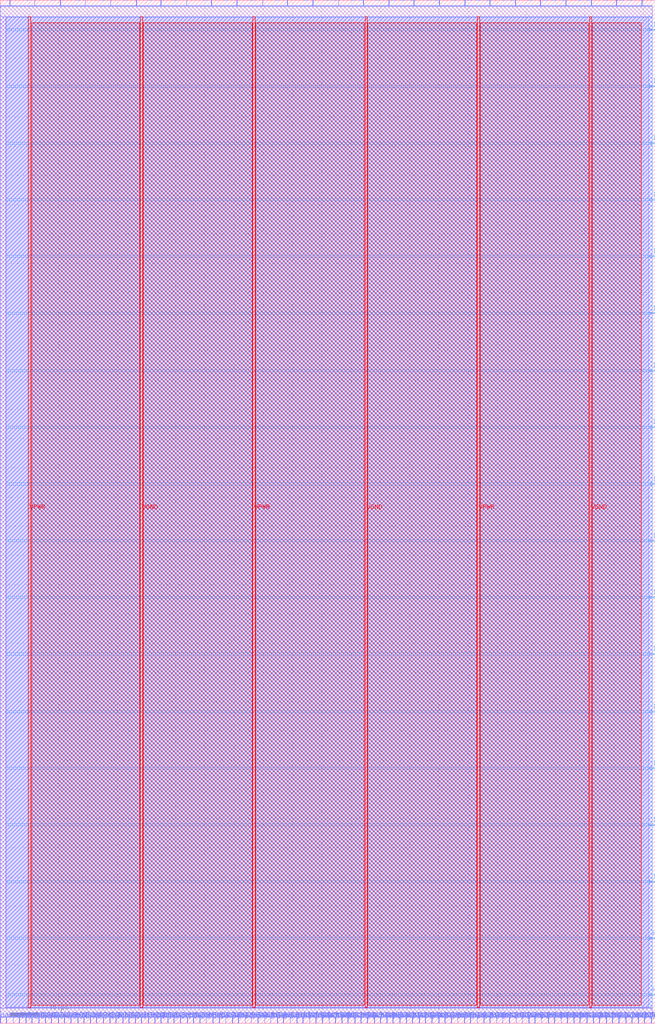
<source format=lef>
VERSION 5.7 ;
  NOWIREEXTENSIONATPIN ON ;
  DIVIDERCHAR "/" ;
  BUSBITCHARS "[]" ;
MACRO apb_sys_0
  CLASS BLOCK ;
  FOREIGN apb_sys_0 ;
  ORIGIN 0.000 0.000 ;
  SIZE 448.090 BY 700.000 ;
  PIN HADDR[0]
    DIRECTION INPUT ;
    USE SIGNAL ;
    PORT
      LAYER met2 ;
        RECT 0.020 0.000 0.300 4.000 ;
    END
  END HADDR[0]
  PIN HADDR[10]
    DIRECTION INPUT ;
    USE SIGNAL ;
    PORT
      LAYER met2 ;
        RECT 43.720 0.000 44.000 4.000 ;
    END
  END HADDR[10]
  PIN HADDR[11]
    DIRECTION INPUT ;
    USE SIGNAL ;
    PORT
      LAYER met2 ;
        RECT 48.320 0.000 48.600 4.000 ;
    END
  END HADDR[11]
  PIN HADDR[12]
    DIRECTION INPUT ;
    USE SIGNAL ;
    PORT
      LAYER met2 ;
        RECT 52.920 0.000 53.200 4.000 ;
    END
  END HADDR[12]
  PIN HADDR[13]
    DIRECTION INPUT ;
    USE SIGNAL ;
    PORT
      LAYER met2 ;
        RECT 57.060 0.000 57.340 4.000 ;
    END
  END HADDR[13]
  PIN HADDR[14]
    DIRECTION INPUT ;
    USE SIGNAL ;
    PORT
      LAYER met2 ;
        RECT 61.660 0.000 61.940 4.000 ;
    END
  END HADDR[14]
  PIN HADDR[15]
    DIRECTION INPUT ;
    USE SIGNAL ;
    PORT
      LAYER met2 ;
        RECT 65.800 0.000 66.080 4.000 ;
    END
  END HADDR[15]
  PIN HADDR[16]
    DIRECTION INPUT ;
    USE SIGNAL ;
    PORT
      LAYER met2 ;
        RECT 70.400 0.000 70.680 4.000 ;
    END
  END HADDR[16]
  PIN HADDR[17]
    DIRECTION INPUT ;
    USE SIGNAL ;
    PORT
      LAYER met2 ;
        RECT 75.000 0.000 75.280 4.000 ;
    END
  END HADDR[17]
  PIN HADDR[18]
    DIRECTION INPUT ;
    USE SIGNAL ;
    PORT
      LAYER met2 ;
        RECT 79.140 0.000 79.420 4.000 ;
    END
  END HADDR[18]
  PIN HADDR[19]
    DIRECTION INPUT ;
    USE SIGNAL ;
    PORT
      LAYER met2 ;
        RECT 83.740 0.000 84.020 4.000 ;
    END
  END HADDR[19]
  PIN HADDR[1]
    DIRECTION INPUT ;
    USE SIGNAL ;
    PORT
      LAYER met2 ;
        RECT 4.160 0.000 4.440 4.000 ;
    END
  END HADDR[1]
  PIN HADDR[20]
    DIRECTION INPUT ;
    USE SIGNAL ;
    PORT
      LAYER met2 ;
        RECT 87.880 0.000 88.160 4.000 ;
    END
  END HADDR[20]
  PIN HADDR[21]
    DIRECTION INPUT ;
    USE SIGNAL ;
    PORT
      LAYER met2 ;
        RECT 92.480 0.000 92.760 4.000 ;
    END
  END HADDR[21]
  PIN HADDR[22]
    DIRECTION INPUT ;
    USE SIGNAL ;
    PORT
      LAYER met2 ;
        RECT 96.620 0.000 96.900 4.000 ;
    END
  END HADDR[22]
  PIN HADDR[23]
    DIRECTION INPUT ;
    USE SIGNAL ;
    PORT
      LAYER met2 ;
        RECT 101.220 0.000 101.500 4.000 ;
    END
  END HADDR[23]
  PIN HADDR[24]
    DIRECTION INPUT ;
    USE SIGNAL ;
    PORT
      LAYER met2 ;
        RECT 105.820 0.000 106.100 4.000 ;
    END
  END HADDR[24]
  PIN HADDR[25]
    DIRECTION INPUT ;
    USE SIGNAL ;
    PORT
      LAYER met2 ;
        RECT 109.960 0.000 110.240 4.000 ;
    END
  END HADDR[25]
  PIN HADDR[26]
    DIRECTION INPUT ;
    USE SIGNAL ;
    PORT
      LAYER met2 ;
        RECT 114.560 0.000 114.840 4.000 ;
    END
  END HADDR[26]
  PIN HADDR[27]
    DIRECTION INPUT ;
    USE SIGNAL ;
    PORT
      LAYER met2 ;
        RECT 118.700 0.000 118.980 4.000 ;
    END
  END HADDR[27]
  PIN HADDR[28]
    DIRECTION INPUT ;
    USE SIGNAL ;
    PORT
      LAYER met2 ;
        RECT 123.300 0.000 123.580 4.000 ;
    END
  END HADDR[28]
  PIN HADDR[29]
    DIRECTION INPUT ;
    USE SIGNAL ;
    PORT
      LAYER met2 ;
        RECT 127.900 0.000 128.180 4.000 ;
    END
  END HADDR[29]
  PIN HADDR[2]
    DIRECTION INPUT ;
    USE SIGNAL ;
    PORT
      LAYER met2 ;
        RECT 8.760 0.000 9.040 4.000 ;
    END
  END HADDR[2]
  PIN HADDR[30]
    DIRECTION INPUT ;
    USE SIGNAL ;
    PORT
      LAYER met2 ;
        RECT 132.040 0.000 132.320 4.000 ;
    END
  END HADDR[30]
  PIN HADDR[31]
    DIRECTION INPUT ;
    USE SIGNAL ;
    PORT
      LAYER met2 ;
        RECT 136.640 0.000 136.920 4.000 ;
    END
  END HADDR[31]
  PIN HADDR[3]
    DIRECTION INPUT ;
    USE SIGNAL ;
    PORT
      LAYER met2 ;
        RECT 12.900 0.000 13.180 4.000 ;
    END
  END HADDR[3]
  PIN HADDR[4]
    DIRECTION INPUT ;
    USE SIGNAL ;
    PORT
      LAYER met2 ;
        RECT 17.500 0.000 17.780 4.000 ;
    END
  END HADDR[4]
  PIN HADDR[5]
    DIRECTION INPUT ;
    USE SIGNAL ;
    PORT
      LAYER met2 ;
        RECT 21.640 0.000 21.920 4.000 ;
    END
  END HADDR[5]
  PIN HADDR[6]
    DIRECTION INPUT ;
    USE SIGNAL ;
    PORT
      LAYER met2 ;
        RECT 26.240 0.000 26.520 4.000 ;
    END
  END HADDR[6]
  PIN HADDR[7]
    DIRECTION INPUT ;
    USE SIGNAL ;
    PORT
      LAYER met2 ;
        RECT 30.840 0.000 31.120 4.000 ;
    END
  END HADDR[7]
  PIN HADDR[8]
    DIRECTION INPUT ;
    USE SIGNAL ;
    PORT
      LAYER met2 ;
        RECT 34.980 0.000 35.260 4.000 ;
    END
  END HADDR[8]
  PIN HADDR[9]
    DIRECTION INPUT ;
    USE SIGNAL ;
    PORT
      LAYER met2 ;
        RECT 39.580 0.000 39.860 4.000 ;
    END
  END HADDR[9]
  PIN HCLK
    DIRECTION INPUT ;
    USE SIGNAL ;
    PORT
      LAYER met3 ;
        RECT 444.090 19.080 448.090 19.680 ;
    END
  END HCLK
  PIN HRDATA[0]
    DIRECTION OUTPUT TRISTATE ;
    USE SIGNAL ;
    PORT
      LAYER met2 ;
        RECT 140.780 0.000 141.060 4.000 ;
    END
  END HRDATA[0]
  PIN HRDATA[10]
    DIRECTION OUTPUT TRISTATE ;
    USE SIGNAL ;
    PORT
      LAYER met2 ;
        RECT 184.940 0.000 185.220 4.000 ;
    END
  END HRDATA[10]
  PIN HRDATA[11]
    DIRECTION OUTPUT TRISTATE ;
    USE SIGNAL ;
    PORT
      LAYER met2 ;
        RECT 189.540 0.000 189.820 4.000 ;
    END
  END HRDATA[11]
  PIN HRDATA[12]
    DIRECTION OUTPUT TRISTATE ;
    USE SIGNAL ;
    PORT
      LAYER met2 ;
        RECT 193.680 0.000 193.960 4.000 ;
    END
  END HRDATA[12]
  PIN HRDATA[13]
    DIRECTION OUTPUT TRISTATE ;
    USE SIGNAL ;
    PORT
      LAYER met2 ;
        RECT 198.280 0.000 198.560 4.000 ;
    END
  END HRDATA[13]
  PIN HRDATA[14]
    DIRECTION OUTPUT TRISTATE ;
    USE SIGNAL ;
    PORT
      LAYER met2 ;
        RECT 202.880 0.000 203.160 4.000 ;
    END
  END HRDATA[14]
  PIN HRDATA[15]
    DIRECTION OUTPUT TRISTATE ;
    USE SIGNAL ;
    PORT
      LAYER met2 ;
        RECT 207.020 0.000 207.300 4.000 ;
    END
  END HRDATA[15]
  PIN HRDATA[16]
    DIRECTION OUTPUT TRISTATE ;
    USE SIGNAL ;
    PORT
      LAYER met2 ;
        RECT 211.620 0.000 211.900 4.000 ;
    END
  END HRDATA[16]
  PIN HRDATA[17]
    DIRECTION OUTPUT TRISTATE ;
    USE SIGNAL ;
    PORT
      LAYER met2 ;
        RECT 215.760 0.000 216.040 4.000 ;
    END
  END HRDATA[17]
  PIN HRDATA[18]
    DIRECTION OUTPUT TRISTATE ;
    USE SIGNAL ;
    PORT
      LAYER met2 ;
        RECT 220.360 0.000 220.640 4.000 ;
    END
  END HRDATA[18]
  PIN HRDATA[19]
    DIRECTION OUTPUT TRISTATE ;
    USE SIGNAL ;
    PORT
      LAYER met2 ;
        RECT 224.960 0.000 225.240 4.000 ;
    END
  END HRDATA[19]
  PIN HRDATA[1]
    DIRECTION OUTPUT TRISTATE ;
    USE SIGNAL ;
    PORT
      LAYER met2 ;
        RECT 145.380 0.000 145.660 4.000 ;
    END
  END HRDATA[1]
  PIN HRDATA[20]
    DIRECTION OUTPUT TRISTATE ;
    USE SIGNAL ;
    PORT
      LAYER met2 ;
        RECT 229.100 0.000 229.380 4.000 ;
    END
  END HRDATA[20]
  PIN HRDATA[21]
    DIRECTION OUTPUT TRISTATE ;
    USE SIGNAL ;
    PORT
      LAYER met2 ;
        RECT 233.700 0.000 233.980 4.000 ;
    END
  END HRDATA[21]
  PIN HRDATA[22]
    DIRECTION OUTPUT TRISTATE ;
    USE SIGNAL ;
    PORT
      LAYER met2 ;
        RECT 237.840 0.000 238.120 4.000 ;
    END
  END HRDATA[22]
  PIN HRDATA[23]
    DIRECTION OUTPUT TRISTATE ;
    USE SIGNAL ;
    PORT
      LAYER met2 ;
        RECT 242.440 0.000 242.720 4.000 ;
    END
  END HRDATA[23]
  PIN HRDATA[24]
    DIRECTION OUTPUT TRISTATE ;
    USE SIGNAL ;
    PORT
      LAYER met2 ;
        RECT 246.580 0.000 246.860 4.000 ;
    END
  END HRDATA[24]
  PIN HRDATA[25]
    DIRECTION OUTPUT TRISTATE ;
    USE SIGNAL ;
    PORT
      LAYER met2 ;
        RECT 251.180 0.000 251.460 4.000 ;
    END
  END HRDATA[25]
  PIN HRDATA[26]
    DIRECTION OUTPUT TRISTATE ;
    USE SIGNAL ;
    PORT
      LAYER met2 ;
        RECT 255.780 0.000 256.060 4.000 ;
    END
  END HRDATA[26]
  PIN HRDATA[27]
    DIRECTION OUTPUT TRISTATE ;
    USE SIGNAL ;
    PORT
      LAYER met2 ;
        RECT 259.920 0.000 260.200 4.000 ;
    END
  END HRDATA[27]
  PIN HRDATA[28]
    DIRECTION OUTPUT TRISTATE ;
    USE SIGNAL ;
    PORT
      LAYER met2 ;
        RECT 264.520 0.000 264.800 4.000 ;
    END
  END HRDATA[28]
  PIN HRDATA[29]
    DIRECTION OUTPUT TRISTATE ;
    USE SIGNAL ;
    PORT
      LAYER met2 ;
        RECT 268.660 0.000 268.940 4.000 ;
    END
  END HRDATA[29]
  PIN HRDATA[2]
    DIRECTION OUTPUT TRISTATE ;
    USE SIGNAL ;
    PORT
      LAYER met2 ;
        RECT 149.980 0.000 150.260 4.000 ;
    END
  END HRDATA[2]
  PIN HRDATA[30]
    DIRECTION OUTPUT TRISTATE ;
    USE SIGNAL ;
    PORT
      LAYER met2 ;
        RECT 273.260 0.000 273.540 4.000 ;
    END
  END HRDATA[30]
  PIN HRDATA[31]
    DIRECTION OUTPUT TRISTATE ;
    USE SIGNAL ;
    PORT
      LAYER met2 ;
        RECT 277.860 0.000 278.140 4.000 ;
    END
  END HRDATA[31]
  PIN HRDATA[3]
    DIRECTION OUTPUT TRISTATE ;
    USE SIGNAL ;
    PORT
      LAYER met2 ;
        RECT 154.120 0.000 154.400 4.000 ;
    END
  END HRDATA[3]
  PIN HRDATA[4]
    DIRECTION OUTPUT TRISTATE ;
    USE SIGNAL ;
    PORT
      LAYER met2 ;
        RECT 158.720 0.000 159.000 4.000 ;
    END
  END HRDATA[4]
  PIN HRDATA[5]
    DIRECTION OUTPUT TRISTATE ;
    USE SIGNAL ;
    PORT
      LAYER met2 ;
        RECT 162.860 0.000 163.140 4.000 ;
    END
  END HRDATA[5]
  PIN HRDATA[6]
    DIRECTION OUTPUT TRISTATE ;
    USE SIGNAL ;
    PORT
      LAYER met2 ;
        RECT 167.460 0.000 167.740 4.000 ;
    END
  END HRDATA[6]
  PIN HRDATA[7]
    DIRECTION OUTPUT TRISTATE ;
    USE SIGNAL ;
    PORT
      LAYER met2 ;
        RECT 171.600 0.000 171.880 4.000 ;
    END
  END HRDATA[7]
  PIN HRDATA[8]
    DIRECTION OUTPUT TRISTATE ;
    USE SIGNAL ;
    PORT
      LAYER met2 ;
        RECT 176.200 0.000 176.480 4.000 ;
    END
  END HRDATA[8]
  PIN HRDATA[9]
    DIRECTION OUTPUT TRISTATE ;
    USE SIGNAL ;
    PORT
      LAYER met2 ;
        RECT 180.800 0.000 181.080 4.000 ;
    END
  END HRDATA[9]
  PIN HREADY
    DIRECTION INPUT ;
    USE SIGNAL ;
    PORT
      LAYER met2 ;
        RECT 436.560 0.000 436.840 4.000 ;
    END
  END HREADY
  PIN HREADYOUT
    DIRECTION OUTPUT TRISTATE ;
    USE SIGNAL ;
    PORT
      LAYER met2 ;
        RECT 445.300 0.000 445.580 4.000 ;
    END
  END HREADYOUT
  PIN HRESETn
    DIRECTION INPUT ;
    USE SIGNAL ;
    PORT
      LAYER met3 ;
        RECT 444.090 57.840 448.090 58.440 ;
    END
  END HRESETn
  PIN HSEL
    DIRECTION INPUT ;
    USE SIGNAL ;
    PORT
      LAYER met2 ;
        RECT 440.700 0.000 440.980 4.000 ;
    END
  END HSEL
  PIN HTRANS[0]
    DIRECTION INPUT ;
    USE SIGNAL ;
    PORT
      LAYER met2 ;
        RECT 423.220 0.000 423.500 4.000 ;
    END
  END HTRANS[0]
  PIN HTRANS[1]
    DIRECTION INPUT ;
    USE SIGNAL ;
    PORT
      LAYER met2 ;
        RECT 427.820 0.000 428.100 4.000 ;
    END
  END HTRANS[1]
  PIN HWDATA[0]
    DIRECTION INPUT ;
    USE SIGNAL ;
    PORT
      LAYER met2 ;
        RECT 282.000 0.000 282.280 4.000 ;
    END
  END HWDATA[0]
  PIN HWDATA[10]
    DIRECTION INPUT ;
    USE SIGNAL ;
    PORT
      LAYER met2 ;
        RECT 326.160 0.000 326.440 4.000 ;
    END
  END HWDATA[10]
  PIN HWDATA[11]
    DIRECTION INPUT ;
    USE SIGNAL ;
    PORT
      LAYER met2 ;
        RECT 330.760 0.000 331.040 4.000 ;
    END
  END HWDATA[11]
  PIN HWDATA[12]
    DIRECTION INPUT ;
    USE SIGNAL ;
    PORT
      LAYER met2 ;
        RECT 334.900 0.000 335.180 4.000 ;
    END
  END HWDATA[12]
  PIN HWDATA[13]
    DIRECTION INPUT ;
    USE SIGNAL ;
    PORT
      LAYER met2 ;
        RECT 339.500 0.000 339.780 4.000 ;
    END
  END HWDATA[13]
  PIN HWDATA[14]
    DIRECTION INPUT ;
    USE SIGNAL ;
    PORT
      LAYER met2 ;
        RECT 343.640 0.000 343.920 4.000 ;
    END
  END HWDATA[14]
  PIN HWDATA[15]
    DIRECTION INPUT ;
    USE SIGNAL ;
    PORT
      LAYER met2 ;
        RECT 348.240 0.000 348.520 4.000 ;
    END
  END HWDATA[15]
  PIN HWDATA[16]
    DIRECTION INPUT ;
    USE SIGNAL ;
    PORT
      LAYER met2 ;
        RECT 352.840 0.000 353.120 4.000 ;
    END
  END HWDATA[16]
  PIN HWDATA[17]
    DIRECTION INPUT ;
    USE SIGNAL ;
    PORT
      LAYER met2 ;
        RECT 356.980 0.000 357.260 4.000 ;
    END
  END HWDATA[17]
  PIN HWDATA[18]
    DIRECTION INPUT ;
    USE SIGNAL ;
    PORT
      LAYER met2 ;
        RECT 361.580 0.000 361.860 4.000 ;
    END
  END HWDATA[18]
  PIN HWDATA[19]
    DIRECTION INPUT ;
    USE SIGNAL ;
    PORT
      LAYER met2 ;
        RECT 365.720 0.000 366.000 4.000 ;
    END
  END HWDATA[19]
  PIN HWDATA[1]
    DIRECTION INPUT ;
    USE SIGNAL ;
    PORT
      LAYER met2 ;
        RECT 286.600 0.000 286.880 4.000 ;
    END
  END HWDATA[1]
  PIN HWDATA[20]
    DIRECTION INPUT ;
    USE SIGNAL ;
    PORT
      LAYER met2 ;
        RECT 370.320 0.000 370.600 4.000 ;
    END
  END HWDATA[20]
  PIN HWDATA[21]
    DIRECTION INPUT ;
    USE SIGNAL ;
    PORT
      LAYER met2 ;
        RECT 374.920 0.000 375.200 4.000 ;
    END
  END HWDATA[21]
  PIN HWDATA[22]
    DIRECTION INPUT ;
    USE SIGNAL ;
    PORT
      LAYER met2 ;
        RECT 379.060 0.000 379.340 4.000 ;
    END
  END HWDATA[22]
  PIN HWDATA[23]
    DIRECTION INPUT ;
    USE SIGNAL ;
    PORT
      LAYER met2 ;
        RECT 383.660 0.000 383.940 4.000 ;
    END
  END HWDATA[23]
  PIN HWDATA[24]
    DIRECTION INPUT ;
    USE SIGNAL ;
    PORT
      LAYER met2 ;
        RECT 387.800 0.000 388.080 4.000 ;
    END
  END HWDATA[24]
  PIN HWDATA[25]
    DIRECTION INPUT ;
    USE SIGNAL ;
    PORT
      LAYER met2 ;
        RECT 392.400 0.000 392.680 4.000 ;
    END
  END HWDATA[25]
  PIN HWDATA[26]
    DIRECTION INPUT ;
    USE SIGNAL ;
    PORT
      LAYER met2 ;
        RECT 396.540 0.000 396.820 4.000 ;
    END
  END HWDATA[26]
  PIN HWDATA[27]
    DIRECTION INPUT ;
    USE SIGNAL ;
    PORT
      LAYER met2 ;
        RECT 401.140 0.000 401.420 4.000 ;
    END
  END HWDATA[27]
  PIN HWDATA[28]
    DIRECTION INPUT ;
    USE SIGNAL ;
    PORT
      LAYER met2 ;
        RECT 405.740 0.000 406.020 4.000 ;
    END
  END HWDATA[28]
  PIN HWDATA[29]
    DIRECTION INPUT ;
    USE SIGNAL ;
    PORT
      LAYER met2 ;
        RECT 409.880 0.000 410.160 4.000 ;
    END
  END HWDATA[29]
  PIN HWDATA[2]
    DIRECTION INPUT ;
    USE SIGNAL ;
    PORT
      LAYER met2 ;
        RECT 290.740 0.000 291.020 4.000 ;
    END
  END HWDATA[2]
  PIN HWDATA[30]
    DIRECTION INPUT ;
    USE SIGNAL ;
    PORT
      LAYER met2 ;
        RECT 414.480 0.000 414.760 4.000 ;
    END
  END HWDATA[30]
  PIN HWDATA[31]
    DIRECTION INPUT ;
    USE SIGNAL ;
    PORT
      LAYER met2 ;
        RECT 418.620 0.000 418.900 4.000 ;
    END
  END HWDATA[31]
  PIN HWDATA[3]
    DIRECTION INPUT ;
    USE SIGNAL ;
    PORT
      LAYER met2 ;
        RECT 295.340 0.000 295.620 4.000 ;
    END
  END HWDATA[3]
  PIN HWDATA[4]
    DIRECTION INPUT ;
    USE SIGNAL ;
    PORT
      LAYER met2 ;
        RECT 299.940 0.000 300.220 4.000 ;
    END
  END HWDATA[4]
  PIN HWDATA[5]
    DIRECTION INPUT ;
    USE SIGNAL ;
    PORT
      LAYER met2 ;
        RECT 304.080 0.000 304.360 4.000 ;
    END
  END HWDATA[5]
  PIN HWDATA[6]
    DIRECTION INPUT ;
    USE SIGNAL ;
    PORT
      LAYER met2 ;
        RECT 308.680 0.000 308.960 4.000 ;
    END
  END HWDATA[6]
  PIN HWDATA[7]
    DIRECTION INPUT ;
    USE SIGNAL ;
    PORT
      LAYER met2 ;
        RECT 312.820 0.000 313.100 4.000 ;
    END
  END HWDATA[7]
  PIN HWDATA[8]
    DIRECTION INPUT ;
    USE SIGNAL ;
    PORT
      LAYER met2 ;
        RECT 317.420 0.000 317.700 4.000 ;
    END
  END HWDATA[8]
  PIN HWDATA[9]
    DIRECTION INPUT ;
    USE SIGNAL ;
    PORT
      LAYER met2 ;
        RECT 321.560 0.000 321.840 4.000 ;
    END
  END HWDATA[9]
  PIN HWRITE
    DIRECTION INPUT ;
    USE SIGNAL ;
    PORT
      LAYER met2 ;
        RECT 431.960 0.000 432.240 4.000 ;
    END
  END HWRITE
  PIN IRQ[16]
    DIRECTION OUTPUT TRISTATE ;
    USE SIGNAL ;
    PORT
      LAYER met3 ;
        RECT 444.090 96.600 448.090 97.200 ;
    END
  END IRQ[16]
  PIN IRQ[17]
    DIRECTION OUTPUT TRISTATE ;
    USE SIGNAL ;
    PORT
      LAYER met3 ;
        RECT 444.090 135.360 448.090 135.960 ;
    END
  END IRQ[17]
  PIN IRQ[18]
    DIRECTION OUTPUT TRISTATE ;
    USE SIGNAL ;
    PORT
      LAYER met3 ;
        RECT 444.090 174.120 448.090 174.720 ;
    END
  END IRQ[18]
  PIN IRQ[19]
    DIRECTION OUTPUT TRISTATE ;
    USE SIGNAL ;
    PORT
      LAYER met3 ;
        RECT 444.090 212.880 448.090 213.480 ;
    END
  END IRQ[19]
  PIN IRQ[20]
    DIRECTION OUTPUT TRISTATE ;
    USE SIGNAL ;
    PORT
      LAYER met3 ;
        RECT 444.090 252.320 448.090 252.920 ;
    END
  END IRQ[20]
  PIN IRQ[21]
    DIRECTION OUTPUT TRISTATE ;
    USE SIGNAL ;
    PORT
      LAYER met3 ;
        RECT 444.090 291.080 448.090 291.680 ;
    END
  END IRQ[21]
  PIN IRQ[22]
    DIRECTION OUTPUT TRISTATE ;
    USE SIGNAL ;
    PORT
      LAYER met3 ;
        RECT 444.090 329.840 448.090 330.440 ;
    END
  END IRQ[22]
  PIN IRQ[23]
    DIRECTION OUTPUT TRISTATE ;
    USE SIGNAL ;
    PORT
      LAYER met3 ;
        RECT 444.090 368.600 448.090 369.200 ;
    END
  END IRQ[23]
  PIN IRQ[24]
    DIRECTION OUTPUT TRISTATE ;
    USE SIGNAL ;
    PORT
      LAYER met3 ;
        RECT 444.090 407.360 448.090 407.960 ;
    END
  END IRQ[24]
  PIN IRQ[25]
    DIRECTION OUTPUT TRISTATE ;
    USE SIGNAL ;
    PORT
      LAYER met3 ;
        RECT 444.090 446.120 448.090 446.720 ;
    END
  END IRQ[25]
  PIN IRQ[26]
    DIRECTION OUTPUT TRISTATE ;
    USE SIGNAL ;
    PORT
      LAYER met3 ;
        RECT 444.090 485.560 448.090 486.160 ;
    END
  END IRQ[26]
  PIN IRQ[27]
    DIRECTION OUTPUT TRISTATE ;
    USE SIGNAL ;
    PORT
      LAYER met3 ;
        RECT 444.090 524.320 448.090 524.920 ;
    END
  END IRQ[27]
  PIN IRQ[28]
    DIRECTION OUTPUT TRISTATE ;
    USE SIGNAL ;
    PORT
      LAYER met3 ;
        RECT 444.090 563.080 448.090 563.680 ;
    END
  END IRQ[28]
  PIN IRQ[29]
    DIRECTION OUTPUT TRISTATE ;
    USE SIGNAL ;
    PORT
      LAYER met3 ;
        RECT 444.090 601.840 448.090 602.440 ;
    END
  END IRQ[29]
  PIN IRQ[30]
    DIRECTION OUTPUT TRISTATE ;
    USE SIGNAL ;
    PORT
      LAYER met3 ;
        RECT 444.090 640.600 448.090 641.200 ;
    END
  END IRQ[30]
  PIN IRQ[31]
    DIRECTION OUTPUT TRISTATE ;
    USE SIGNAL ;
    PORT
      LAYER met3 ;
        RECT 444.090 679.360 448.090 679.960 ;
    END
  END IRQ[31]
  PIN MSI_S2
    DIRECTION INPUT ;
    USE SIGNAL ;
    PORT
      LAYER met2 ;
        RECT 75.460 696.000 75.740 700.000 ;
    END
  END MSI_S2
  PIN MSI_S3
    DIRECTION INPUT ;
    USE SIGNAL ;
    PORT
      LAYER met2 ;
        RECT 144.460 696.000 144.740 700.000 ;
    END
  END MSI_S3
  PIN MSO_S2
    DIRECTION OUTPUT TRISTATE ;
    USE SIGNAL ;
    PORT
      LAYER met2 ;
        RECT 92.940 696.000 93.220 700.000 ;
    END
  END MSO_S2
  PIN MSO_S3
    DIRECTION OUTPUT TRISTATE ;
    USE SIGNAL ;
    PORT
      LAYER met2 ;
        RECT 161.940 696.000 162.220 700.000 ;
    END
  END MSO_S3
  PIN RsRx_S0
    DIRECTION INPUT ;
    USE SIGNAL ;
    PORT
      LAYER met2 ;
        RECT 6.460 696.000 6.740 700.000 ;
    END
  END RsRx_S0
  PIN RsRx_S1
    DIRECTION INPUT ;
    USE SIGNAL ;
    PORT
      LAYER met2 ;
        RECT 40.960 696.000 41.240 700.000 ;
    END
  END RsRx_S1
  PIN RsTx_S0
    DIRECTION OUTPUT TRISTATE ;
    USE SIGNAL ;
    PORT
      LAYER met2 ;
        RECT 23.480 696.000 23.760 700.000 ;
    END
  END RsTx_S0
  PIN RsTx_S1
    DIRECTION OUTPUT TRISTATE ;
    USE SIGNAL ;
    PORT
      LAYER met2 ;
        RECT 57.980 696.000 58.260 700.000 ;
    END
  END RsTx_S1
  PIN SCLK_S2
    DIRECTION OUTPUT TRISTATE ;
    USE SIGNAL ;
    PORT
      LAYER met2 ;
        RECT 127.440 696.000 127.720 700.000 ;
    END
  END SCLK_S2
  PIN SCLK_S3
    DIRECTION OUTPUT TRISTATE ;
    USE SIGNAL ;
    PORT
      LAYER met2 ;
        RECT 196.440 696.000 196.720 700.000 ;
    END
  END SCLK_S3
  PIN SSn_S2
    DIRECTION OUTPUT TRISTATE ;
    USE SIGNAL ;
    PORT
      LAYER met2 ;
        RECT 109.960 696.000 110.240 700.000 ;
    END
  END SSn_S2
  PIN SSn_S3
    DIRECTION OUTPUT TRISTATE ;
    USE SIGNAL ;
    PORT
      LAYER met2 ;
        RECT 179.420 696.000 179.700 700.000 ;
    END
  END SSn_S3
  PIN pwm_S6
    DIRECTION OUTPUT TRISTATE ;
    USE SIGNAL ;
    PORT
      LAYER met2 ;
        RECT 421.380 696.000 421.660 700.000 ;
    END
  END pwm_S6
  PIN pwm_S7
    DIRECTION OUTPUT TRISTATE ;
    USE SIGNAL ;
    PORT
      LAYER met2 ;
        RECT 438.860 696.000 439.140 700.000 ;
    END
  END pwm_S7
  PIN scl_i_S4
    DIRECTION INPUT ;
    USE SIGNAL ;
    PORT
      LAYER met2 ;
        RECT 213.920 696.000 214.200 700.000 ;
    END
  END scl_i_S4
  PIN scl_i_S5
    DIRECTION INPUT ;
    USE SIGNAL ;
    PORT
      LAYER met2 ;
        RECT 317.880 696.000 318.160 700.000 ;
    END
  END scl_i_S5
  PIN scl_o_S4
    DIRECTION OUTPUT TRISTATE ;
    USE SIGNAL ;
    PORT
      LAYER met2 ;
        RECT 231.400 696.000 231.680 700.000 ;
    END
  END scl_o_S4
  PIN scl_o_S5
    DIRECTION OUTPUT TRISTATE ;
    USE SIGNAL ;
    PORT
      LAYER met2 ;
        RECT 334.900 696.000 335.180 700.000 ;
    END
  END scl_o_S5
  PIN scl_oen_o_S4
    DIRECTION OUTPUT TRISTATE ;
    USE SIGNAL ;
    PORT
      LAYER met2 ;
        RECT 248.420 696.000 248.700 700.000 ;
    END
  END scl_oen_o_S4
  PIN scl_oen_o_S5
    DIRECTION OUTPUT TRISTATE ;
    USE SIGNAL ;
    PORT
      LAYER met2 ;
        RECT 352.380 696.000 352.660 700.000 ;
    END
  END scl_oen_o_S5
  PIN sda_i_S4
    DIRECTION INPUT ;
    USE SIGNAL ;
    PORT
      LAYER met2 ;
        RECT 265.900 696.000 266.180 700.000 ;
    END
  END sda_i_S4
  PIN sda_i_S5
    DIRECTION INPUT ;
    USE SIGNAL ;
    PORT
      LAYER met2 ;
        RECT 369.400 696.000 369.680 700.000 ;
    END
  END sda_i_S5
  PIN sda_o_S4
    DIRECTION OUTPUT TRISTATE ;
    USE SIGNAL ;
    PORT
      LAYER met2 ;
        RECT 282.920 696.000 283.200 700.000 ;
    END
  END sda_o_S4
  PIN sda_o_S5
    DIRECTION OUTPUT TRISTATE ;
    USE SIGNAL ;
    PORT
      LAYER met2 ;
        RECT 386.880 696.000 387.160 700.000 ;
    END
  END sda_o_S5
  PIN sda_oen_o_S4
    DIRECTION OUTPUT TRISTATE ;
    USE SIGNAL ;
    PORT
      LAYER met2 ;
        RECT 300.400 696.000 300.680 700.000 ;
    END
  END sda_oen_o_S4
  PIN sda_oen_o_S5
    DIRECTION OUTPUT TRISTATE ;
    USE SIGNAL ;
    PORT
      LAYER met2 ;
        RECT 404.360 696.000 404.640 700.000 ;
    END
  END sda_oen_o_S5
  PIN VPWR
    DIRECTION INOUT ;
    USE POWER ;
    PORT
      LAYER met4 ;
        RECT 326.330 10.640 327.930 688.400 ;
    END
  END VPWR
  PIN VPWR
    DIRECTION INOUT ;
    USE POWER ;
    PORT
      LAYER met4 ;
        RECT 172.730 10.640 174.330 688.400 ;
    END
  END VPWR
  PIN VPWR
    DIRECTION INOUT ;
    USE POWER ;
    PORT
      LAYER met4 ;
        RECT 19.130 10.640 20.730 688.400 ;
    END
  END VPWR
  PIN VGND
    DIRECTION INOUT ;
    USE GROUND ;
    PORT
      LAYER met4 ;
        RECT 403.130 10.640 404.730 688.400 ;
    END
  END VGND
  PIN VGND
    DIRECTION INOUT ;
    USE GROUND ;
    PORT
      LAYER met4 ;
        RECT 249.530 10.640 251.130 688.400 ;
    END
  END VGND
  PIN VGND
    DIRECTION INOUT ;
    USE GROUND ;
    PORT
      LAYER met4 ;
        RECT 95.930 10.640 97.530 688.400 ;
    END
  END VGND
  OBS
      LAYER li1 ;
        RECT 3.610 10.795 443.685 688.245 ;
      LAYER met1 ;
        RECT 0.000 10.240 446.060 688.400 ;
      LAYER met2 ;
        RECT 0.030 695.720 6.180 696.050 ;
        RECT 7.020 695.720 23.200 696.050 ;
        RECT 24.040 695.720 40.680 696.050 ;
        RECT 41.520 695.720 57.700 696.050 ;
        RECT 58.540 695.720 75.180 696.050 ;
        RECT 76.020 695.720 92.660 696.050 ;
        RECT 93.500 695.720 109.680 696.050 ;
        RECT 110.520 695.720 127.160 696.050 ;
        RECT 128.000 695.720 144.180 696.050 ;
        RECT 145.020 695.720 161.660 696.050 ;
        RECT 162.500 695.720 179.140 696.050 ;
        RECT 179.980 695.720 196.160 696.050 ;
        RECT 197.000 695.720 213.640 696.050 ;
        RECT 214.480 695.720 231.120 696.050 ;
        RECT 231.960 695.720 248.140 696.050 ;
        RECT 248.980 695.720 265.620 696.050 ;
        RECT 266.460 695.720 282.640 696.050 ;
        RECT 283.480 695.720 300.120 696.050 ;
        RECT 300.960 695.720 317.600 696.050 ;
        RECT 318.440 695.720 334.620 696.050 ;
        RECT 335.460 695.720 352.100 696.050 ;
        RECT 352.940 695.720 369.120 696.050 ;
        RECT 369.960 695.720 386.600 696.050 ;
        RECT 387.440 695.720 404.080 696.050 ;
        RECT 404.920 695.720 421.100 696.050 ;
        RECT 421.940 695.720 438.580 696.050 ;
        RECT 439.420 695.720 446.040 696.050 ;
        RECT 0.030 4.280 446.040 695.720 ;
        RECT 0.580 4.000 3.880 4.280 ;
        RECT 4.720 4.000 8.480 4.280 ;
        RECT 9.320 4.000 12.620 4.280 ;
        RECT 13.460 4.000 17.220 4.280 ;
        RECT 18.060 4.000 21.360 4.280 ;
        RECT 22.200 4.000 25.960 4.280 ;
        RECT 26.800 4.000 30.560 4.280 ;
        RECT 31.400 4.000 34.700 4.280 ;
        RECT 35.540 4.000 39.300 4.280 ;
        RECT 40.140 4.000 43.440 4.280 ;
        RECT 44.280 4.000 48.040 4.280 ;
        RECT 48.880 4.000 52.640 4.280 ;
        RECT 53.480 4.000 56.780 4.280 ;
        RECT 57.620 4.000 61.380 4.280 ;
        RECT 62.220 4.000 65.520 4.280 ;
        RECT 66.360 4.000 70.120 4.280 ;
        RECT 70.960 4.000 74.720 4.280 ;
        RECT 75.560 4.000 78.860 4.280 ;
        RECT 79.700 4.000 83.460 4.280 ;
        RECT 84.300 4.000 87.600 4.280 ;
        RECT 88.440 4.000 92.200 4.280 ;
        RECT 93.040 4.000 96.340 4.280 ;
        RECT 97.180 4.000 100.940 4.280 ;
        RECT 101.780 4.000 105.540 4.280 ;
        RECT 106.380 4.000 109.680 4.280 ;
        RECT 110.520 4.000 114.280 4.280 ;
        RECT 115.120 4.000 118.420 4.280 ;
        RECT 119.260 4.000 123.020 4.280 ;
        RECT 123.860 4.000 127.620 4.280 ;
        RECT 128.460 4.000 131.760 4.280 ;
        RECT 132.600 4.000 136.360 4.280 ;
        RECT 137.200 4.000 140.500 4.280 ;
        RECT 141.340 4.000 145.100 4.280 ;
        RECT 145.940 4.000 149.700 4.280 ;
        RECT 150.540 4.000 153.840 4.280 ;
        RECT 154.680 4.000 158.440 4.280 ;
        RECT 159.280 4.000 162.580 4.280 ;
        RECT 163.420 4.000 167.180 4.280 ;
        RECT 168.020 4.000 171.320 4.280 ;
        RECT 172.160 4.000 175.920 4.280 ;
        RECT 176.760 4.000 180.520 4.280 ;
        RECT 181.360 4.000 184.660 4.280 ;
        RECT 185.500 4.000 189.260 4.280 ;
        RECT 190.100 4.000 193.400 4.280 ;
        RECT 194.240 4.000 198.000 4.280 ;
        RECT 198.840 4.000 202.600 4.280 ;
        RECT 203.440 4.000 206.740 4.280 ;
        RECT 207.580 4.000 211.340 4.280 ;
        RECT 212.180 4.000 215.480 4.280 ;
        RECT 216.320 4.000 220.080 4.280 ;
        RECT 220.920 4.000 224.680 4.280 ;
        RECT 225.520 4.000 228.820 4.280 ;
        RECT 229.660 4.000 233.420 4.280 ;
        RECT 234.260 4.000 237.560 4.280 ;
        RECT 238.400 4.000 242.160 4.280 ;
        RECT 243.000 4.000 246.300 4.280 ;
        RECT 247.140 4.000 250.900 4.280 ;
        RECT 251.740 4.000 255.500 4.280 ;
        RECT 256.340 4.000 259.640 4.280 ;
        RECT 260.480 4.000 264.240 4.280 ;
        RECT 265.080 4.000 268.380 4.280 ;
        RECT 269.220 4.000 272.980 4.280 ;
        RECT 273.820 4.000 277.580 4.280 ;
        RECT 278.420 4.000 281.720 4.280 ;
        RECT 282.560 4.000 286.320 4.280 ;
        RECT 287.160 4.000 290.460 4.280 ;
        RECT 291.300 4.000 295.060 4.280 ;
        RECT 295.900 4.000 299.660 4.280 ;
        RECT 300.500 4.000 303.800 4.280 ;
        RECT 304.640 4.000 308.400 4.280 ;
        RECT 309.240 4.000 312.540 4.280 ;
        RECT 313.380 4.000 317.140 4.280 ;
        RECT 317.980 4.000 321.280 4.280 ;
        RECT 322.120 4.000 325.880 4.280 ;
        RECT 326.720 4.000 330.480 4.280 ;
        RECT 331.320 4.000 334.620 4.280 ;
        RECT 335.460 4.000 339.220 4.280 ;
        RECT 340.060 4.000 343.360 4.280 ;
        RECT 344.200 4.000 347.960 4.280 ;
        RECT 348.800 4.000 352.560 4.280 ;
        RECT 353.400 4.000 356.700 4.280 ;
        RECT 357.540 4.000 361.300 4.280 ;
        RECT 362.140 4.000 365.440 4.280 ;
        RECT 366.280 4.000 370.040 4.280 ;
        RECT 370.880 4.000 374.640 4.280 ;
        RECT 375.480 4.000 378.780 4.280 ;
        RECT 379.620 4.000 383.380 4.280 ;
        RECT 384.220 4.000 387.520 4.280 ;
        RECT 388.360 4.000 392.120 4.280 ;
        RECT 392.960 4.000 396.260 4.280 ;
        RECT 397.100 4.000 400.860 4.280 ;
        RECT 401.700 4.000 405.460 4.280 ;
        RECT 406.300 4.000 409.600 4.280 ;
        RECT 410.440 4.000 414.200 4.280 ;
        RECT 415.040 4.000 418.340 4.280 ;
        RECT 419.180 4.000 422.940 4.280 ;
        RECT 423.780 4.000 427.540 4.280 ;
        RECT 428.380 4.000 431.680 4.280 ;
        RECT 432.520 4.000 436.280 4.280 ;
        RECT 437.120 4.000 440.420 4.280 ;
        RECT 441.260 4.000 445.020 4.280 ;
        RECT 445.860 4.000 446.040 4.280 ;
      LAYER met3 ;
        RECT 4.135 680.360 446.065 688.325 ;
        RECT 4.135 678.960 443.690 680.360 ;
        RECT 4.135 641.600 446.065 678.960 ;
        RECT 4.135 640.200 443.690 641.600 ;
        RECT 4.135 602.840 446.065 640.200 ;
        RECT 4.135 601.440 443.690 602.840 ;
        RECT 4.135 564.080 446.065 601.440 ;
        RECT 4.135 562.680 443.690 564.080 ;
        RECT 4.135 525.320 446.065 562.680 ;
        RECT 4.135 523.920 443.690 525.320 ;
        RECT 4.135 486.560 446.065 523.920 ;
        RECT 4.135 485.160 443.690 486.560 ;
        RECT 4.135 447.120 446.065 485.160 ;
        RECT 4.135 445.720 443.690 447.120 ;
        RECT 4.135 408.360 446.065 445.720 ;
        RECT 4.135 406.960 443.690 408.360 ;
        RECT 4.135 369.600 446.065 406.960 ;
        RECT 4.135 368.200 443.690 369.600 ;
        RECT 4.135 330.840 446.065 368.200 ;
        RECT 4.135 329.440 443.690 330.840 ;
        RECT 4.135 292.080 446.065 329.440 ;
        RECT 4.135 290.680 443.690 292.080 ;
        RECT 4.135 253.320 446.065 290.680 ;
        RECT 4.135 251.920 443.690 253.320 ;
        RECT 4.135 213.880 446.065 251.920 ;
        RECT 4.135 212.480 443.690 213.880 ;
        RECT 4.135 175.120 446.065 212.480 ;
        RECT 4.135 173.720 443.690 175.120 ;
        RECT 4.135 136.360 446.065 173.720 ;
        RECT 4.135 134.960 443.690 136.360 ;
        RECT 4.135 97.600 446.065 134.960 ;
        RECT 4.135 96.200 443.690 97.600 ;
        RECT 4.135 58.840 446.065 96.200 ;
        RECT 4.135 57.440 443.690 58.840 ;
        RECT 4.135 20.080 446.065 57.440 ;
        RECT 4.135 18.680 443.690 20.080 ;
        RECT 4.135 10.715 446.065 18.680 ;
      LAYER met4 ;
        RECT 21.385 12.415 95.530 684.585 ;
        RECT 97.930 12.415 172.330 684.585 ;
        RECT 174.730 12.415 249.130 684.585 ;
        RECT 251.530 12.415 325.930 684.585 ;
        RECT 328.330 12.415 402.730 684.585 ;
        RECT 405.130 12.415 438.475 684.585 ;
  END
END apb_sys_0
END LIBRARY


</source>
